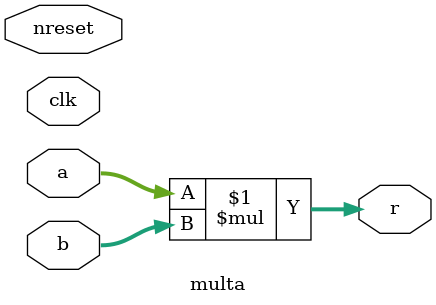
<source format=v>
/* ********************************************************************************* */
/*                      multiplier place holder                                      */
/*                                                                                   */
/*  Author:  Chuck Cox (chuck100@home.com)                                           */
/*                                                                                   */
/*                                                                                   */
/*                                                                                   */
/* ********************************************************************************* */


module multa
	(
	clk,			/* clock */
	nreset,			/* active low reset */
	a,			/* data input */
	b,			/* input data valid */
	r			/* filter pole coefficient */
	);


parameter	DATAWIDTH = 8;
parameter	COEFWIDTH = 8;

input 					clk;
input 					nreset;
input	[COEFWIDTH-2:0]			a;
input	[DATAWIDTH+2:0]			b;
output	[DATAWIDTH + COEFWIDTH + 1:0]	r;


assign r = a*b;


endmodule

</source>
